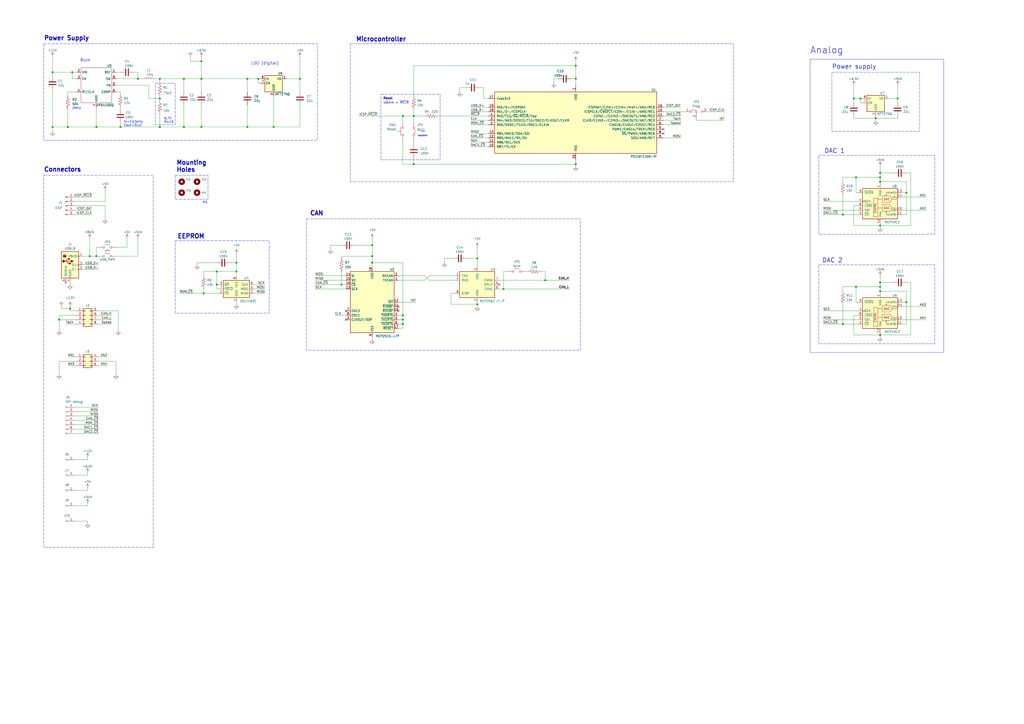
<source format=kicad_sch>
(kicad_sch (version 20250114) (generator "eeschema") (generator_version "9.0")
  (paper "A2")
  (title_block (title "CAN Gauge Interface") (date "2025-09-19") (rev "0.1") (company "Sam Anthony"))
  (rectangle (start 482.6 41.91) (end 533.4 76.2) (stroke (width 0) (type dash)))
  (rectangle (start 25.4 25.4) (end 184.15 81.28) (stroke (width 0) (type dash)))
  (rectangle (start 101.6 139.7) (end 156.21 181.61) (stroke (width 0) (type dash)))
  (rectangle (start 101.6 101.5999) (end 120.65 115.5699) (stroke (width 0) (type dash)))
  (rectangle (start 90.17 48.26) (end 101.6 72.39) (stroke (width 0) (type dash)))
  (rectangle (start 220.98 54.61) (end 255.27 92.71) (stroke (width 0) (type dash)))
  (rectangle (start 474.98 153.67) (end 542.29 199.39) (stroke (width 0) (type dash)))
  (rectangle (start 177.8 127) (end 336.55 203.2) (stroke (width 0) (type dash)))
  (rectangle (start 25.4 101.6) (end 88.9 317.5) (stroke (width 0) (type dash)))
  (rectangle (start 474.98 90.17) (end 542.29 135.89) (stroke (width 0) (type dash)))
  (rectangle (start 203.2 25.4) (end 425.45 105.41) (stroke (width 0) (type dash)))
  (rectangle (start 469.9 34.29) (end 547.37 204.47))
  (text "Connectors" (at 25.4 98.425 0) (effects (font (size 2.54 2.54) (thickness 0.508) (bold yes)) (justify left)))
  (text "Power Supply" (at 25.4 22.225 0) (effects (font (size 2.54 2.54) (thickness 0.508) (bold yes)) (justify left)))
  (text "LDO (digital)" (at 153.67 36.83 0) (effects (font (size 1.651 1.651))))
  (text "CAN" (at 179.705 123.825 0) (effects (font (size 2.54 2.54) (thickness 0.508) (bold yes)) (justify left)))
  (text "2MHz\n" (at 44.45 62.865 0) (effects (font (size 1.27 1.27))))
  (text "6.7V\nR±1%" (at 95.25 69.85 0) (effects (font (size 1.27 1.27)) (justify left)))
  (text "Reset" (at 222.25 57.15 0) (effects (font (size 1.27 1.27) (thickness 0.254) (bold yes)) (justify left)))
  (text "fc=13.5kHz\nCout=31uF" (at 71.755 71.755 0) (effects (font (size 1.27 1.27)) (justify left)))
  (text "Mounting\nHoles" (at 102.235 96.5199 0) (effects (font (size 2.54 2.54) (thickness 0.508) (bold yes)) (justify left)))
  (text "Power supply" (at 482.6 38.735 0) (effects (font (size 2.54 2.54) (thickness 0.254) (bold yes)) (justify left)))
  (text "M3\n" (at 117.475 117.4749 0) (effects (font (size 1.27 1.27)) (justify left)))
  (text "EEPROM" (at 102.87 137.16 0) (effects (font (size 2.54 2.54) (thickness 0.508) (bold yes)) (justify left)))
  (text "≤6mm ↔ ~{MCLR}" (at 222.25 59.69 0) (effects (font (size 1.27 1.27)) (justify left)))
  (text "DAC 1" (at 478.155 87.63 0) (effects (font (size 2.54 2.54) (thickness 0.254) (bold yes)) (justify left)))
  (text "Buck" (at 49.53 34.925 0) (effects (font (size 1.651 1.651))))
  (text "Microcontroller" (at 206.375 22.86 0) (effects (font (size 2.54 2.54) (thickness 0.508) (bold yes)) (justify left)))
  (text "Analog" (at 469.9 29.21 0) (effects (font (size 3.81 3.81) (thickness 0.254) (bold yes)) (justify left)))
  (text "Isolation" (at 245.11 78.74 0) (effects (font (size 0.889 0.889))))
  (text "DAC 2" (at 476.885 151.13 0) (effects (font (size 2.54 2.54) (thickness 0.254) (bold yes)) (justify left)))
  (junction (at 510.54 166.37))
  (junction (at 106.68 45.72))
  (junction (at 510.54 168.91))
  (junction (at 137.16 157.48))
  (junction (at 510.54 100.33))
  (junction (at 55.88 73.66))
  (junction (at 116.84 73.66))
  (junction (at 39.37 73.66))
  (junction (at 106.68 73.66))
  (junction (at 233.68 185.42))
  (junction (at 173.99 45.72))
  (junction (at 34.29 185.42))
  (junction (at 496.57 166.37))
  (junction (at 137.16 152.4))
  (junction (at 525.78 111.76))
  (junction (at 143.51 73.66))
  (junction (at 488.95 187.96))
  (junction (at 92.71 73.66))
  (junction (at 334.01 38.1))
  (junction (at 508 68.58))
  (junction (at 233.68 182.88))
  (junction (at 334.01 45.72))
  (junction (at 495.3 57.15))
  (junction (at 55.88 148.59))
  (junction (at 488.95 124.46))
  (junction (at 40.64 179.07))
  (junction (at 510.54 130.81))
  (junction (at 334.01 95.25))
  (junction (at 149.86 45.72))
  (junction (at 30.48 41.91))
  (junction (at 158.75 73.66))
  (junction (at 215.9 142.24))
  (junction (at 80.01 45.72))
  (junction (at 240.03 67.31))
  (junction (at 510.54 102.87))
  (junction (at 510.54 194.31))
  (junction (at 92.71 57.15))
  (junction (at 525.78 175.26))
  (junction (at 30.48 73.66))
  (junction (at 92.71 45.72))
  (junction (at 276.86 176.53))
  (junction (at 116.84 35.56))
  (junction (at 215.9 152.4))
  (junction (at 520.7 57.15))
  (junction (at 276.86 149.86))
  (junction (at 316.23 162.56))
  (junction (at 125.73 165.1))
  (junction (at 41.91 41.91))
  (junction (at 510.54 163.83))
  (junction (at 499.11 57.15))
  (junction (at 118.11 170.18))
  (junction (at 52.07 148.59))
  (junction (at 215.9 148.59))
  (junction (at 496.57 102.87))
  (junction (at 198.12 165.1))
  (junction (at 125.73 157.48))
  (junction (at 510.54 105.41))
  (junction (at 69.85 73.66))
  (junction (at 240.03 95.25))
  (junction (at 233.68 67.31))
  (junction (at 233.68 187.96))
  (junction (at 143.51 45.72))
  (junction (at 116.84 45.72))
  (junction (at 292.1 167.64))
  (no_connect (at 38.1 163.83))
  (no_connect (at 231.14 177.8))
  (no_connect (at 200.66 185.42))
  (no_connect (at 289.56 165.1))
  (no_connect (at 200.66 180.34))
  (no_connect (at 384.81 74.93))
  (no_connect (at 384.81 77.47))
  (no_connect (at 231.14 180.34))
  (wire (pts (xy 231.14 162.56) (xy 246.38 162.56)))
  (wire (pts (xy 240.03 95.25) (xy 240.03 91.44)))
  (wire (pts (xy 499.11 57.15) (xy 495.3 57.15)))
  (wire (pts (xy 116.84 33.02) (xy 116.84 35.56)))
  (wire (pts (xy 215.9 142.24) (xy 215.9 148.59)))
  (wire (pts (xy 50.8 302.26) (xy 50.8 303.53)))
  (wire (pts (xy 44.45 185.42) (xy 34.29 185.42)))
  (wire (pts (xy 57.15 182.88) (xy 64.77 182.88)))
  (wire (pts (xy 106.68 45.72) (xy 116.84 45.72)))
  (wire (pts (xy 495.3 182.88) (xy 497.84 182.88)))
  (wire (pts (xy 292.1 157.48) (xy 294.64 157.48)))
  (wire (pts (xy 44.45 209.55) (xy 34.29 209.55)))
  (wire (pts (xy 233.68 187.96) (xy 233.68 185.42)))
  (wire (pts (xy 495.3 119.38) (xy 497.84 119.38)))
  (wire (pts (xy 240.03 38.1) (xy 334.01 38.1)))
  (wire (pts (xy 231.14 187.96) (xy 233.68 187.96)))
  (wire (pts (xy 44.45 41.91) (xy 41.91 41.91)))
  (wire (pts (xy 384.81 80.01) (xy 394.97 80.01)))
  (wire (pts (xy 508 67.31) (xy 508 68.58)))
  (wire (pts (xy 289.56 167.64) (xy 292.1 167.64)))
  (wire (pts (xy 510.54 168.91) (xy 510.54 170.18)))
  (wire (pts (xy 215.9 195.58) (xy 215.9 196.85)))
  (wire (pts (xy 60.96 116.84) (xy 60.96 110.49)))
  (wire (pts (xy 67.31 53.34) (xy 69.85 53.34)))
  (wire (pts (xy 499.11 59.69) (xy 499.11 57.15)))
  (wire (pts (xy 80.01 45.72) (xy 82.55 45.72)))
  (wire (pts (xy 48.26 153.67) (xy 57.15 153.67)))
  (wire (pts (xy 127 165.1) (xy 125.73 165.1)))
  (wire (pts (xy 262.89 149.86) (xy 257.81 149.86)))
  (wire (pts (xy 496.57 175.26) (xy 496.57 166.37)))
  (wire (pts (xy 149.86 48.26) (xy 149.86 45.72)))
  (wire (pts (xy 488.95 187.96) (xy 497.84 187.96)))
  (wire (pts (xy 118.11 157.48) (xy 125.73 157.48)))
  (wire (pts (xy 92.71 73.66) (xy 106.68 73.66)))
  (wire (pts (xy 240.03 38.1) (xy 240.03 55.88)))
  (wire (pts (xy 403.86 69.85) (xy 420.37 69.85)))
  (wire (pts (xy 523.24 124.46) (xy 525.78 124.46)))
  (wire (pts (xy 44.45 53.34) (xy 39.37 53.34)))
  (wire (pts (xy 477.52 180.34) (xy 497.84 180.34)))
  (wire (pts (xy 510.54 193.04) (xy 510.54 194.31)))
  (wire (pts (xy 233.68 185.42) (xy 233.68 182.88)))
  (wire (pts (xy 510.54 194.31) (xy 510.54 195.58)))
  (wire (pts (xy 525.78 168.91) (xy 510.54 168.91)))
  (wire (pts (xy 69.85 53.34) (xy 69.85 54.61)))
  (wire (pts (xy 499.11 57.15) (xy 500.38 57.15)))
  (wire (pts (xy 149.86 45.72) (xy 151.13 45.72)))
  (wire (pts (xy 198.12 165.1) (xy 198.12 157.48)))
  (wire (pts (xy 57.15 209.55) (xy 67.31 209.55)))
  (wire (pts (xy 34.29 185.42) (xy 34.29 191.77)))
  (wire (pts (xy 44.45 182.88) (xy 34.29 182.88)))
  (wire (pts (xy 116.84 45.72) (xy 143.51 45.72)))
  (wire (pts (xy 43.18 243.84) (xy 57.15 243.84)))
  (wire (pts (xy 273.05 82.55) (xy 283.21 82.55)))
  (wire (pts (xy 495.3 130.81) (xy 510.54 130.81)))
  (wire (pts (xy 523.24 177.8) (xy 537.21 177.8)))
  (wire (pts (xy 151.13 48.26) (xy 149.86 48.26)))
  (wire (pts (xy 384.81 72.39) (xy 394.97 72.39)))
  (wire (pts (xy 528.32 130.81) (xy 510.54 130.81)))
  (wire (pts (xy 50.8 275.59) (xy 50.8 274.32)))
  (wire (pts (xy 182.88 165.1) (xy 198.12 165.1)))
  (wire (pts (xy 43.18 246.38) (xy 57.15 246.38)))
  (wire (pts (xy 497.84 111.76) (xy 496.57 111.76)))
  (wire (pts (xy 158.75 73.66) (xy 143.51 73.66)))
  (wire (pts (xy 523.24 114.3) (xy 537.21 114.3)))
  (wire (pts (xy 55.88 148.59) (xy 57.15 148.59)))
  (wire (pts (xy 30.48 41.91) (xy 30.48 44.45)))
  (wire (pts (xy 273.05 69.85) (xy 283.21 69.85)))
  (wire (pts (xy 182.88 160.02) (xy 200.66 160.02)))
  (wire (pts (xy 525.78 105.41) (xy 525.78 111.76)))
  (wire (pts (xy 496.57 102.87) (xy 510.54 102.87)))
  (wire (pts (xy 496.57 111.76) (xy 496.57 102.87)))
  (wire (pts (xy 525.78 168.91) (xy 525.78 175.26)))
  (wire (pts (xy 194.31 182.88) (xy 200.66 182.88)))
  (wire (pts (xy 477.52 185.42) (xy 497.84 185.42)))
  (wire (pts (xy 39.37 53.34) (xy 39.37 55.88)))
  (wire (pts (xy 92.71 66.04) (xy 92.71 73.66)))
  (wire (pts (xy 57.15 180.34) (xy 68.58 180.34)))
  (wire (pts (xy 118.11 160.02) (xy 118.11 157.48)))
  (wire (pts (xy 384.81 62.23) (xy 394.97 62.23)))
  (wire (pts (xy 334.01 45.72) (xy 331.47 45.72)))
  (wire (pts (xy 334.01 49.53) (xy 334.01 45.72)))
  (wire (pts (xy 215.9 148.59) (xy 215.9 152.4)))
  (wire (pts (xy 143.51 45.72) (xy 143.51 53.34)))
  (wire (pts (xy 384.81 67.31) (xy 394.97 67.31)))
  (wire (pts (xy 208.28 67.31) (xy 233.68 67.31)))
  (wire (pts (xy 510.54 163.83) (xy 510.54 166.37)))
  (wire (pts (xy 68.58 180.34) (xy 68.58 191.77)))
  (wire (pts (xy 495.3 130.81) (xy 495.3 119.38)))
  (wire (pts (xy 523.24 185.42) (xy 537.21 185.42)))
  (wire (pts (xy 39.37 63.5) (xy 39.37 73.66)))
  (wire (pts (xy 50.8 293.37) (xy 50.8 292.1)))
  (wire (pts (xy 43.18 114.3) (xy 53.34 114.3)))
  (wire (pts (xy 191.77 142.24) (xy 191.77 144.78)))
  (wire (pts (xy 92.71 45.72) (xy 92.71 48.26)))
  (wire (pts (xy 57.15 212.09) (xy 62.23 212.09)))
  (wire (pts (xy 510.54 160.02) (xy 510.54 163.83)))
  (wire (pts (xy 528.32 163.83) (xy 528.32 194.31)))
  (wire (pts (xy 60.96 119.38) (xy 60.96 127)))
  (wire (pts (xy 283.21 57.15) (xy 280.67 57.15)))
  (wire (pts (xy 528.32 100.33) (xy 528.32 130.81)))
  (wire (pts (xy 173.99 45.72) (xy 173.99 53.34)))
  (wire (pts (xy 125.73 167.64) (xy 125.73 165.1)))
  (wire (pts (xy 525.78 105.41) (xy 510.54 105.41)))
  (wire (pts (xy 40.64 179.07) (xy 35.56 179.07)))
  (wire (pts (xy 495.3 67.31) (xy 495.3 68.58)))
  (wire (pts (xy 125.73 157.48) (xy 137.16 157.48)))
  (wire (pts (xy 55.88 143.51) (xy 57.15 143.51)))
  (wire (pts (xy 118.11 170.18) (xy 118.11 167.64)))
  (wire (pts (xy 67.31 209.55) (xy 67.31 217.17)))
  (wire (pts (xy 137.16 152.4) (xy 137.16 157.48)))
  (wire (pts (xy 147.32 170.18) (xy 153.67 170.18)))
  (wire (pts (xy 106.68 73.66) (xy 116.84 73.66)))
  (wire (pts (xy 280.67 50.8) (xy 278.13 50.8)))
  (wire (pts (xy 50.8 284.48) (xy 50.8 283.21)))
  (wire (pts (xy 520.7 68.58) (xy 520.7 67.31)))
  (wire (pts (xy 116.84 60.96) (xy 116.84 73.66)))
  (wire (pts (xy 55.88 62.23) (xy 55.88 73.66)))
  (wire (pts (xy 384.81 64.77) (xy 397.51 64.77)))
  (wire (pts (xy 270.51 149.86) (xy 276.86 149.86)))
  (wire (pts (xy 43.18 275.59) (xy 50.8 275.59)))
  (wire (pts (xy 273.05 80.01) (xy 283.21 80.01)))
  (wire (pts (xy 41.91 45.72) (xy 41.91 41.91)))
  (wire (pts (xy 198.12 149.86) (xy 198.12 148.59)))
  (wire (pts (xy 280.67 57.15) (xy 280.67 50.8)))
  (wire (pts (xy 266.7 50.8) (xy 266.7 53.34)))
  (wire (pts (xy 30.48 73.66) (xy 30.48 76.2)))
  (wire (pts (xy 488.95 102.87) (xy 496.57 102.87)))
  (wire (pts (xy 520.7 57.15) (xy 515.62 57.15)))
  (wire (pts (xy 44.45 180.34) (xy 40.64 180.34)))
  (wire (pts (xy 257.81 149.86) (xy 257.81 152.4)))
  (wire (pts (xy 316.23 157.48) (xy 316.23 162.56)))
  (wire (pts (xy 39.37 207.01) (xy 44.45 207.01)))
  (wire (pts (xy 495.3 57.15) (xy 495.3 49.53)))
  (wire (pts (xy 233.68 67.31) (xy 233.68 71.12)))
  (wire (pts (xy 92.71 57.15) (xy 86.36 57.15)))
  (wire (pts (xy 233.68 152.4) (xy 233.68 182.88)))
  (wire (pts (xy 38.1 187.96) (xy 44.45 187.96)))
  (wire (pts (xy 92.71 45.72) (xy 106.68 45.72)))
  (wire (pts (xy 43.18 251.46) (xy 57.15 251.46)))
  (wire (pts (xy 57.15 185.42) (xy 64.77 185.42)))
  (wire (pts (xy 240.03 81.28) (xy 240.03 83.82)))
  (wire (pts (xy 233.68 152.4) (xy 215.9 152.4)))
  (wire (pts (xy 86.36 49.53) (xy 67.31 49.53)))
  (wire (pts (xy 510.54 105.41) (xy 510.54 106.68)))
  (wire (pts (xy 57.15 187.96) (xy 64.77 187.96)))
  (wire (pts (xy 40.64 180.34) (xy 40.64 179.07)))
  (wire (pts (xy 273.05 77.47) (xy 283.21 77.47)))
  (wire (pts (xy 158.75 55.88) (xy 158.75 73.66)))
  (wire (pts (xy 200.66 165.1) (xy 198.12 165.1)))
  (wire (pts (xy 30.48 33.02) (xy 30.48 41.91)))
  (wire (pts (xy 316.23 162.56) (xy 330.2 162.56)))
  (wire (pts (xy 233.68 67.31) (xy 240.03 67.31)))
  (wire (pts (xy 528.32 194.31) (xy 510.54 194.31)))
  (wire (pts (xy 198.12 148.59) (xy 215.9 148.59)))
  (wire (pts (xy 92.71 57.15) (xy 92.71 58.42)))
  (wire (pts (xy 173.99 73.66) (xy 158.75 73.66)))
  (wire (pts (xy 525.78 175.26) (xy 525.78 187.96)))
  (wire (pts (xy 510.54 96.52) (xy 510.54 100.33)))
  (wire (pts (xy 231.14 190.5) (xy 233.68 190.5)))
  (wire (pts (xy 304.8 157.48) (xy 306.07 157.48)))
  (wire (pts (xy 104.14 170.18) (xy 118.11 170.18)))
  (wire (pts (xy 495.3 194.31) (xy 510.54 194.31)))
  (wire (pts (xy 270.51 50.8) (xy 266.7 50.8)))
  (wire (pts (xy 334.01 95.25) (xy 334.01 96.52)))
  (wire (pts (xy 410.21 64.77) (xy 420.37 64.77)))
  (wire (pts (xy 55.88 73.66) (xy 39.37 73.66)))
  (wire (pts (xy 510.54 100.33) (xy 518.16 100.33)))
  (wire (pts (xy 43.18 241.3) (xy 57.15 241.3)))
  (wire (pts (xy 40.64 179.07) (xy 40.64 177.8)))
  (wire (pts (xy 43.18 238.76) (xy 57.15 238.76)))
  (wire (pts (xy 510.54 166.37) (xy 510.54 168.91)))
  (wire (pts (xy 488.95 168.91) (xy 488.95 166.37)))
  (wire (pts (xy 500.38 59.69) (xy 499.11 59.69)))
  (wire (pts (xy 55.88 148.59) (xy 55.88 143.51)))
  (wire (pts (xy 116.84 35.56) (xy 116.84 45.72)))
  (wire (pts (xy 67.31 148.59) (xy 80.01 148.59)))
  (wire (pts (xy 254 67.31) (xy 283.21 67.31)))
  (wire (pts (xy 106.68 45.72) (xy 106.68 53.34)))
  (wire (pts (xy 523.24 175.26) (xy 525.78 175.26)))
  (wire (pts (xy 48.26 148.59) (xy 52.07 148.59)))
  (wire (pts (xy 233.68 81.28) (xy 233.68 95.25)))
  (wire (pts (xy 92.71 73.66) (xy 69.85 73.66)))
  (wire (pts (xy 52.07 148.59) (xy 55.88 148.59)))
  (wire (pts (xy 43.18 284.48) (xy 50.8 284.48)))
  (wire (pts (xy 488.95 166.37) (xy 496.57 166.37)))
  (wire (pts (xy 273.05 64.77) (xy 283.21 64.77)))
  (wire (pts (xy 488.95 124.46) (xy 497.84 124.46)))
  (wire (pts (xy 520.7 49.53) (xy 520.7 57.15)))
  (wire (pts (xy 69.85 62.23) (xy 69.85 63.5)))
  (wire (pts (xy 147.32 167.64) (xy 153.67 167.64)))
  (wire (pts (xy 510.54 102.87) (xy 510.54 105.41)))
  (wire (pts (xy 57.15 207.01) (xy 62.23 207.01)))
  (wire (pts (xy 173.99 33.02) (xy 173.99 45.72)))
  (wire (pts (xy 44.45 45.72) (xy 41.91 45.72)))
  (wire (pts (xy 496.57 166.37) (xy 510.54 166.37)))
  (wire (pts (xy 276.86 176.53) (xy 276.86 177.8)))
  (wire (pts (xy 77.47 41.91) (xy 80.01 41.91)))
  (wire (pts (xy 248.92 160.02) (xy 246.38 162.56)))
  (wire (pts (xy 39.37 212.09) (xy 44.45 212.09)))
  (wire (pts (xy 90.17 45.72) (xy 92.71 45.72)))
  (wire (pts (xy 495.3 68.58) (xy 508 68.58)))
  (wire (pts (xy 488.95 113.03) (xy 488.95 124.46)))
  (wire (pts (xy 321.31 45.72) (xy 323.85 45.72)))
  (wire (pts (xy 137.16 175.26) (xy 137.16 176.53)))
  (wire (pts (xy 34.29 209.55) (xy 34.29 217.17)))
  (wire (pts (xy 231.14 182.88) (xy 233.68 182.88)))
  (wire (pts (xy 495.3 57.15) (xy 495.3 59.69)))
  (wire (pts (xy 137.16 157.48) (xy 137.16 160.02)))
  (wire (pts (xy 125.73 157.48) (xy 125.73 165.1)))
  (wire (pts (xy 510.54 130.81) (xy 510.54 132.08)))
  (wire (pts (xy 313.69 157.48) (xy 316.23 157.48)))
  (wire (pts (xy 92.71 55.88) (xy 92.71 57.15)))
  (wire (pts (xy 334.01 92.71) (xy 334.01 95.25)))
  (wire (pts (xy 116.84 45.72) (xy 116.84 53.34)))
  (wire (pts (xy 477.52 187.96) (xy 488.95 187.96)))
  (wire (pts (xy 276.86 175.26) (xy 276.86 176.53)))
  (wire (pts (xy 67.31 45.72) (xy 80.01 45.72)))
  (wire (pts (xy 43.18 248.92) (xy 57.15 248.92)))
  (wire (pts (xy 173.99 60.96) (xy 173.99 73.66)))
  (wire (pts (xy 495.3 194.31) (xy 495.3 182.88)))
  (wire (pts (xy 34.29 182.88) (xy 34.29 185.42)))
  (wire (pts (xy 292.1 167.64) (xy 292.1 157.48)))
  (wire (pts (xy 80.01 41.91) (xy 80.01 45.72)))
  (wire (pts (xy 182.88 167.64) (xy 200.66 167.64)))
  (wire (pts (xy 50.8 266.7) (xy 50.8 265.43)))
  (wire (pts (xy 43.18 293.37) (xy 50.8 293.37)))
  (wire (pts (xy 143.51 73.66) (xy 116.84 73.66)))
  (wire (pts (xy 69.85 73.66) (xy 55.88 73.66)))
  (wire (pts (xy 133.35 152.4) (xy 137.16 152.4)))
  (wire (pts (xy 273.05 72.39) (xy 283.21 72.39)))
  (wire (pts (xy 67.31 41.91) (xy 69.85 41.91)))
  (wire (pts (xy 137.16 147.32) (xy 137.16 152.4)))
  (wire (pts (xy 240.03 95.25) (xy 334.01 95.25)))
  (wire (pts (xy 69.85 71.12) (xy 69.85 73.66)))
  (wire (pts (xy 525.78 100.33) (xy 528.32 100.33)))
  (wire (pts (xy 198.12 142.24) (xy 191.77 142.24)))
  (wire (pts (xy 261.62 170.18) (xy 264.16 170.18)))
  (wire (pts (xy 215.9 138.43) (xy 215.9 142.24)))
  (wire (pts (xy 510.54 100.33) (xy 510.54 102.87)))
  (wire (pts (xy 110.49 35.56) (xy 110.49 33.02)))
  (wire (pts (xy 43.18 116.84) (xy 60.96 116.84)))
  (wire (pts (xy 240.03 67.31) (xy 246.38 67.31)))
  (wire (pts (xy 523.24 111.76) (xy 525.78 111.76)))
  (wire (pts (xy 289.56 162.56) (xy 316.23 162.56)))
  (wire (pts (xy 48.26 156.21) (xy 57.15 156.21)))
  (wire (pts (xy 30.48 52.07) (xy 30.48 73.66)))
  (wire (pts (xy 73.66 143.51) (xy 73.66 138.43)))
  (wire (pts (xy 43.18 119.38) (xy 60.96 119.38)))
  (wire (pts (xy 52.07 138.43) (xy 52.07 148.59)))
  (wire (pts (xy 520.7 59.69) (xy 520.7 57.15)))
  (wire (pts (xy 240.03 67.31) (xy 240.03 71.12)))
  (wire (pts (xy 215.9 152.4) (xy 215.9 154.94)))
  (wire (pts (xy 233.68 95.25) (xy 240.03 95.25)))
  (wire (pts (xy 147.32 165.1) (xy 153.67 165.1)))
  (wire (pts (xy 35.56 179.07) (xy 35.56 177.8)))
  (wire (pts (xy 106.68 60.96) (xy 106.68 73.66)))
  (wire (pts (xy 261.62 176.53) (xy 261.62 170.18)))
  (wire (pts (xy 41.91 41.91) (xy 30.48 41.91)))
  (wire (pts (xy 43.18 124.46) (xy 53.34 124.46)))
  (wire (pts (xy 40.64 163.83) (xy 40.64 165.1)))
  (wire (pts (xy 127 167.64) (xy 125.73 167.64)))
  (wire (pts (xy 43.18 302.26) (xy 50.8 302.26)))
  (wire (pts (xy 523.24 121.92) (xy 537.21 121.92)))
  (wire (pts (xy 384.81 69.85) (xy 394.97 69.85)))
  (wire (pts (xy 205.74 142.24) (xy 215.9 142.24)))
  (wire (pts (xy 508 68.58) (xy 520.7 68.58)))
  (wire (pts (xy 231.14 160.02) (xy 246.38 160.02)))
  (wire (pts (xy 488.95 105.41) (xy 488.95 102.87)))
  (wire (pts (xy 488.95 176.53) (xy 488.95 187.96)))
  (wire (pts (xy 143.51 60.96) (xy 143.51 73.66)))
  (wire (pts (xy 276.86 176.53) (xy 261.62 176.53)))
  (wire (pts (xy 321.31 48.26) (xy 321.31 45.72)))
  (wire (pts (xy 523.24 187.96) (xy 525.78 187.96)))
  (wire (pts (xy 67.31 143.51) (xy 73.66 143.51)))
  (wire (pts (xy 43.18 236.22) (xy 57.15 236.22)))
  (wire (pts (xy 477.52 124.46) (xy 488.95 124.46)))
  (wire (pts (xy 149.86 45.72) (xy 143.51 45.72)))
  (wire (pts (xy 114.3 152.4) (xy 114.3 153.67)))
  (wire (pts (xy 86.36 57.15) (xy 86.36 49.53)))
  (wire (pts (xy 114.3 152.4) (xy 125.73 152.4)))
  (wire (pts (xy 497.84 175.26) (xy 496.57 175.26)))
  (wire (pts (xy 403.86 68.58) (xy 403.86 69.85)))
  (wire (pts (xy 508 68.58) (xy 508 69.85)))
  (wire (pts (xy 334.01 38.1) (xy 334.01 45.72)))
  (wire (pts (xy 116.84 35.56) (xy 110.49 35.56)))
  (wire (pts (xy 276.86 143.51) (xy 276.86 149.86)))
  (wire (pts (xy 127 170.18) (xy 118.11 170.18)))
  (wire (pts (xy 233.68 190.5) (xy 233.68 187.96)))
  (wire (pts (xy 39.37 73.66) (xy 30.48 73.66)))
  (wire (pts (xy 525.78 163.83) (xy 528.32 163.83)))
  (wire (pts (xy 510.54 163.83) (xy 518.16 163.83)))
  (wire (pts (xy 477.52 121.92) (xy 497.84 121.92)))
  (wire (pts (xy 334.01 35.56) (xy 334.01 38.1)))
  (wire (pts (xy 292.1 167.64) (xy 330.2 167.64)))
  (wire (pts (xy 231.14 175.26) (xy 241.3 175.26)))
  (wire (pts (xy 166.37 45.72) (xy 173.99 45.72)))
  (wire (pts (xy 231.14 185.42) (xy 233.68 185.42)))
  (wire (pts (xy 510.54 129.54) (xy 510.54 130.81)))
  (wire (pts (xy 43.18 266.7) (xy 50.8 266.7)))
  (wire (pts (xy 273.05 62.23) (xy 283.21 62.23)))
  (wire (pts (xy 248.92 162.56) (xy 264.16 162.56)))
  (wire (pts (xy 477.52 116.84) (xy 497.84 116.84)))
  (wire (pts (xy 273.05 85.09) (xy 283.21 85.09)))
  (wire (pts (xy 182.88 162.56) (xy 200.66 162.56)))
  (wire (pts (xy 248.92 160.02) (xy 264.16 160.02)))
  (wire (pts (xy 246.38 160.02) (xy 248.92 162.56)))
  (wire (pts (xy 525.78 111.76) (xy 525.78 124.46)))
  (wire (pts (xy 240.03 63.5) (xy 240.03 67.31)))
  (wire (pts (xy 43.18 121.92) (xy 53.34 121.92)))
  (wire (pts (xy 80.01 148.59) (xy 80.01 138.43)))
  (wire (pts (xy 276.86 149.86) (xy 276.86 154.94)))
  (label "DAC1_~{CS}" (at 477.52 124.46 0))
  (label "MISO" (at 57.15 241.3 180))
  (label "CAN_H" (at 330.2 162.56 180) (effects (font (thickness 0.254) (bold yes))))
  (label "SCK" (at 153.67 165.1 180) (effects (font (thickness 0.1588))))
  (label "Speed" (at 64.77 187.96 180) (effects (font (thickness 0.1588))))
  (label "CLK" (at 273.05 69.85 0))
  (label "MOSI" (at 394.97 80.01 180) (effects (font (thickness 0.1588))))
  (label "ICSP_DAT" (at 394.97 62.23 180))
  (label "CAN_L" (at 64.77 185.42 180))
  (label "ROM_~{CS}" (at 104.14 170.18 0) (effects (font (thickness 0.1588))))
  (label "MOSI" (at 182.88 160.02 0) (effects (font (thickness 0.1588))))
  (label "DAC1_~{CS}" (at 273.05 85.09 0))
  (label "AN3" (at 39.37 212.09 0) (effects (font (thickness 0.1588))))
  (label "Speed" (at 394.97 72.39 180))
  (label "AN1" (at 537.21 114.3 180))
  (label "CAN_~{CS}" (at 273.05 80.01 0))
  (label "CAN_~{CS}" (at 57.15 243.84 180))
  (label "INT" (at 420.37 69.85 180))
  (label "CLK" (at 194.31 182.88 0))
  (label "MISO" (at 153.67 170.18 180) (effects (font (thickness 0.1588))))
  (label "INT" (at 241.3 175.26 180) (effects (font (thickness 0.1588))))
  (label "MOSI" (at 153.67 167.64 180) (effects (font (thickness 0.1588))))
  (label "ICSP_CLK" (at 53.34 124.46 180))
  (label "AN2" (at 62.23 207.01 180) (effects (font (thickness 0.1588))))
  (label "SCK" (at 273.05 82.55 0) (effects (font (thickness 0.1588))))
  (label "Tach" (at 38.1 187.96 0) (effects (font (thickness 0.1588))))
  (label "CAN_~{CS}" (at 182.88 165.1 0) (effects (font (thickness 0.1588))))
  (label "ICSP_CLK" (at 420.37 64.77 180))
  (label "USB_D+" (at 273.05 62.23 0))
  (label "SCK" (at 477.52 180.34 0) (effects (font (thickness 0.1588))))
  (label "ROM_~{CS}" (at 57.15 246.38 180))
  (label "AN1" (at 39.37 207.01 0) (effects (font (thickness 0.1588))))
  (label "DAC2_~{CS}" (at 394.97 67.31 180))
  (label "USB_D-" (at 273.05 64.77 0))
  (label "SCK" (at 57.15 236.22 180))
  (label "AN4" (at 62.23 212.09 180) (effects (font (thickness 0.1588))))
  (label "MOSI" (at 477.52 121.92 0))
  (label "AN4" (at 537.21 185.42 180))
  (label "MISO" (at 182.88 162.56 0) (effects (font (thickness 0.1588))))
  (label "DAC1_~{CS}" (at 57.15 248.92 180))
  (label "MOSI" (at 57.15 238.76 180))
  (label "~{MCLR}" (at 273.05 67.31 0))
  (label "AN3" (at 537.21 177.8 180))
  (label "DAC2_~{CS}" (at 57.15 251.46 180))
  (label "USB_D-" (at 57.15 156.21 180))
  (label "AN2" (at 537.21 121.92 180))
  (label "USB_D+" (at 57.15 153.67 180))
  (label "SCK" (at 182.88 167.64 0) (effects (font (thickness 0.1588))))
  (label "Tach" (at 394.97 69.85 180))
  (label "ROM_~{CS}" (at 273.05 72.39 0))
  (label "ICSP_DAT" (at 53.34 121.92 180))
  (label "ICSP_~{MCLR}" (at 53.34 114.3 180))
  (label "MISO" (at 273.05 77.47 0) (effects (font (thickness 0.1588))))
  (label "ICSP_~{MCLR}" (at 208.28 67.31 0))
  (label "MOSI" (at 477.52 185.42 0))
  (label "CAN_L" (at 330.2 167.64 180) (effects (font (thickness 0.254) (bold yes))))
  (label "SCK" (at 477.52 116.84 0) (effects (font (thickness 0.1588))))
  (label "DAC2_~{CS}" (at 477.52 187.96 0))
  (label "CAN_H" (at 64.77 182.88 180) (effects (font (thickness 0.1588))))
  (symbol (lib_id "power:GND") (at 215.9 196.85 0) (unit 1)
    (property "Reference" "#PWR028" (effects (hide yes)))
    (property "Value" "GND" (effects (hide yes)))
    (property "Description" "Power symbol creates a global label with name \"GND\" , ground" (effects (hide yes)))
  )
  (symbol (lib_id "Connector:USB_B") (at 40.64 153.67 0) (unit 1)
    (property "Reference" "J1" (at 40.64 141.605 0))
    (property "Value" "USB_B" (at 40.64 144.145 0))
    (property "Footprint" "Connector_USB:USB_A_Wuerth_614004134726_Horizontal" (effects (hide yes)))
    (property "Description" "USB Type B connector" (effects (hide yes)))
  )
  (symbol (lib_id "power:GND") (at 50.8 303.53 0) (unit 1)
    (property "Reference" "#PWR039" (effects (hide yes)))
    (property "Value" "GND" (effects (hide yes)))
    (property "Description" "Power symbol creates a global label with name \"GND\" , ground" (effects (hide yes)))
  )
  (symbol (lib_id "Device:C") (at 173.99 57.15 0) (unit 1)
    (property "Reference" "C7" (at 177.8 55.8799 0) (effects (justify left)))
    (property "Value" "22u" (at 177.8 58.4199 0) (effects (justify left)))
    (property "Footprint" "Capacitor_SMD:C_1206_3216Metric_Pad1.33x1.80mm_HandSolder" (effects (hide yes)))
    (property "Description" "Unpolarized capacitor" (effects (hide yes)))
  )
  (symbol (lib_id "power:+12V") (at 40.64 177.8 0) (unit 1)
    (property "Reference" "#PWR029" (effects (hide yes)))
    (property "Value" "+12V" (at 40.64 172.72 0))
    (property "Description" "Power symbol creates a global label with name \"+12V\"" (effects (hide yes)))
  )
  (symbol (lib_id "power:GND") (at 68.58 191.77 0) (unit 1)
    (property "Reference" "#PWR033" (effects (hide yes)))
    (property "Value" "GND" (effects (hide yes)))
    (property "Description" "Power symbol creates a global label with name \"GND\" , ground" (effects (hide yes)))
  )
  (symbol (lib_id "Device:C") (at 129.54 152.4 90) (unit 1)
    (property "Reference" "C15" (at 129.54 146.05 90))
    (property "Value" "100n" (at 129.54 148.59 90))
    (property "Footprint" "Capacitor_SMD:C_1206_3216Metric_Pad1.33x1.80mm_HandSolder" (effects (hide yes)))
    (property "Description" "Unpolarized capacitor" (effects (hide yes)))
  )
  (symbol (lib_id "Jumper:Jumper_2_Bridged") (at 240.03 76.2 270) (mirror x) (unit 1)
    (property "Reference" "JP1" (at 241.935 72.39 90) (effects (justify left)))
    (property "Value" "~{Prog}" (at 241.935 75.565 90) (effects (justify left)))
    (property "Footprint" "Connector_PinSocket_2.54mm:PinSocket_1x02_P2.54mm_Vertical" (effects (hide yes)))
    (property "Description" "Jumper, 2-pole, closed/bridged" (effects (hide yes)))
  )
  (symbol (lib_id "Device:C") (at 266.7 149.86 90) (unit 1)
    (property "Reference" "C14" (at 266.7 143.51 90))
    (property "Value" "100n" (at 266.7 146.05 90))
    (property "Footprint" "Capacitor_SMD:C_1206_3216Metric_Pad1.33x1.80mm_HandSolder" (effects (hide yes)))
    (property "Description" "Unpolarized capacitor" (effects (hide yes)))
  )
  (symbol (lib_id "power:+5V") (at 173.99 33.02 0) (unit 1)
    (property "Reference" "#PWR06" (effects (hide yes)))
    (property "Value" "+5V" (at 173.99 29.21 0))
    (property "Description" "Power symbol creates a global label with name \"+5V\"" (effects (hide yes)))
  )
  (symbol (lib_id "Device:C") (at 106.68 57.15 180) (unit 1)
    (property "Reference" "C2" (at 111.125 55.245 0))
    (property "Value" "22u" (at 111.76 57.785 0))
    (property "Footprint" "Capacitor_SMD:C_1206_3216Metric_Pad1.33x1.80mm_HandSolder" (effects (hide yes)))
    (property "Description" "Unpolarized capacitor" (effects (hide yes)))
  )
  (symbol (lib_id "Device:C") (at 30.48 48.26 0) (unit 1)
    (property "Reference" "C1" (at 34.925 46.99 0))
    (property "Value" "22u" (at 35.56 49.53 0))
    (property "Footprint" "Capacitor_SMD:C_1206_3216Metric_Pad1.33x1.80mm_HandSolder" (effects (hide yes)))
    (property "Description" "Unpolarized capacitor" (effects (hide yes)))
  )
  (symbol (lib_id "Device:C") (at 495.3 63.5 0) (unit 1)
    (property "Reference" "C8" (at 492.125 62.23 0) (effects (justify right)))
    (property "Value" "22u" (at 492.125 64.77 0) (effects (justify right)))
    (property "Footprint" "Capacitor_SMD:C_1206_3216Metric_Pad1.33x1.80mm_HandSolder" (effects (hide yes)))
    (property "Description" "Unpolarized capacitor" (effects (hide yes)))
  )
  (symbol (lib_id "Memory_EEPROM:25LCxxx") (at 137.16 167.64 0) (unit 1)
    (property "Reference" "U4" (at 141.605 161.29 0) (effects (justify left)))
    (property "Value" "25LC160C" (at 139.065 174.625 0) (effects (justify left)))
    (property "Footprint" "Package_DIP:DIP-8-16_W7.62mm" (effects (hide yes)))
    (property "Datasheet" "http://ww1.microchip.com/downloads/en/DeviceDoc/21832H.pdf" (effects (hide yes)))
    (property "Description" "SPI Serial EEPROM, DIP-8/SOIC-8/TSSOP-8" (effects (hide yes)))
  )
  (symbol (lib_id "Jumper:Jumper_3_Bridged12") (at 403.86 64.77 0) (unit 1) (in_bom no)
    (property "Reference" "JP2" (at 403.86 59.055 0))
    (property "Value" "Prog" (at 403.86 61.595 0))
    (property "Footprint" "Connector_PinSocket_2.54mm:PinSocket_1x03_P2.54mm_Vertical" (effects (hide yes)))
    (property "Description" "Jumper, 3-pole, pins 1+2 closed/bridged" (effects (hide yes)))
  )
  (symbol (lib_id "power:GND") (at 510.54 132.08 0) (unit 1)
    (property "Reference" "#PWR017" (effects (hide yes)))
    (property "Value" "GND" (effects (hide yes)))
    (property "Description" "Power symbol creates a global label with name \"GND\" , ground" (effects (hide yes)))
  )
  (symbol (lib_id "power:PWR_FLAG") (at 110.49 33.02 0) (unit 1)
    (property "Reference" "#FLG02" (effects (hide yes)))
    (property "Value" "+6.5V" (effects (hide yes)))
    (property "Description" "Special symbol for telling ERC where power comes from" (effects (hide yes)))
  )
  (symbol (lib_id "power:GND") (at 510.54 195.58 0) (unit 1)
    (property "Reference" "#PWR019" (effects (hide yes)))
    (property "Value" "GND" (effects (hide yes)))
    (property "Description" "Power symbol creates a global label with name \"GND\" , ground" (effects (hide yes)))
  )
  (symbol (lib_id "power:GND") (at 334.01 96.52 0) (unit 1)
    (property "Reference" "#PWR01" (effects (hide yes)))
    (property "Value" "GND" (effects (hide yes)))
    (property "Description" "Power symbol creates a global label with name \"GND\" , ground" (effects (hide yes)))
  )
  (symbol (lib_id "Device:R_US") (at 198.12 153.67 0) (unit 1)
    (property "Reference" "R7" (at 200.025 152.4 0) (effects (justify left)))
    (property "Value" "10k" (at 200.025 154.94 0) (effects (justify left)))
    (property "Footprint" "Resistor_SMD:R_0805_2012Metric_Pad1.20x1.40mm_HandSolder" (effects (hide yes)))
    (property "Description" "Resistor, US symbol" (effects (hide yes)))
  )
  (symbol (lib_id "Device:R_US") (at 118.11 163.83 0) (unit 1)
    (property "Reference" "R9" (at 120.015 162.56 0) (effects (justify left)))
    (property "Value" "10k" (at 120.015 165.1 0) (effects (justify left)))
    (property "Footprint" "Resistor_SMD:R_0805_2012Metric_Pad1.20x1.40mm_HandSolder" (effects (hide yes)))
    (property "Description" "Resistor, US symbol" (effects (hide yes)))
  )
  (symbol (lib_id "Mechanical:MountingHole") (at 105.41 105.4099 0) (unit 1) (exclude_from_sim yes) (in_bom no)
    (property "Reference" "H1" (at 107.95 104.1398 0) (effects (justify left)))
    (property "Value" "MountingHole" (effects (hide yes)))
    (property "Footprint" "MountingHole:MountingHole_3.2mm_M3_DIN965" (effects (hide yes)))
    (property "Description" "Mounting Hole without connection" (effects (hide yes)))
  )
  (symbol (lib_id "power:GND") (at 67.31 217.17 0) (unit 1)
    (property "Reference" "#PWR035" (effects (hide yes)))
    (property "Value" "GND" (effects (hide yes)))
    (property "Description" "Power symbol creates a global label with name \"GND\" , ground" (effects (hide yes)))
  )
  (symbol (lib_id "Connector:Conn_01x07_Socket") (at 38.1 243.84 0) (mirror y) (unit 1)
    (property "Reference" "J5" (at 38.1 230.505 0) (effects (justify right)))
    (property "Value" "SPI debug" (at 38.1 233.045 0) (effects (justify right)))
    (property "Footprint" "Connector_PinSocket_2.54mm:PinSocket_1x07_P2.54mm_Vertical" (effects (hide yes)))
    (property "Description" "Generic connector, single row, 01x07, script generated" (effects (hide yes)))
  )
  (symbol (lib_id "Jumper:Jumper_2_Open") (at 62.23 143.51 0) (unit 1)
    (property "Reference" "JP3" (at 62.23 140.335 0))
    (property "Value" "USB_PWR" (effects (hide yes)))
    (property "Footprint" "Connector_PinSocket_2.54mm:PinSocket_1x02_P2.54mm_Vertical" (effects (hide yes)))
    (property "Description" "Jumper, 2-pole, open" (effects (hide yes)))
  )
  (symbol (lib_id "symbols:AP64100") (at 55.88 49.53 0) (unit 1)
    (property "Reference" "U5" (at 63.5 38.1 0))
    (property "Value" "AP64100Q" (at 60.96 60.96 0))
    (property "Footprint" "Package_SO:Diodes_SO-8EP" (effects (hide yes)))
    (property "Datasheet" "https://www.diodes.com/assets/Datasheets/AP64100.pdf" (effects (hide yes)))
    (property "Description" "3.8V to40V input, 1A low IQ synchronous buck with adjustable frequency" (effects (hide yes)))
  )
  (symbol (lib_id "Device:C") (at 143.51 57.15 0) (unit 1)
    (property "Reference" "C6" (at 147.32 55.8799 0) (effects (justify left)))
    (property "Value" "22u" (at 147.32 58.4199 0) (effects (justify left)))
    (property "Footprint" "Capacitor_SMD:C_1206_3216Metric_Pad1.33x1.80mm_HandSolder" (effects (hide yes)))
    (property "Description" "Unpolarized capacitor" (effects (hide yes)))
  )
  (symbol (lib_id "Jumper:Jumper_2_Open") (at 62.23 148.59 0) (unit 1)
    (property "Reference" "JP4" (at 62.23 145.415 0))
    (property "Value" "USB_PWR" (at 62.23 150.495 0))
    (property "Footprint" "Connector_PinSocket_2.54mm:PinSocket_1x02_P2.54mm_Vertical" (effects (hide yes)))
    (property "Description" "Jumper, 2-pole, open" (effects (hide yes)))
  )
  (symbol (lib_id "Device:C") (at 201.93 142.24 90) (unit 1)
    (property "Reference" "C13" (at 201.93 135.89 90))
    (property "Value" "100n" (at 201.93 138.43 90))
    (property "Footprint" "Capacitor_SMD:C_1206_3216Metric_Pad1.33x1.80mm_HandSolder" (effects (hide yes)))
    (property "Description" "Unpolarized capacitor" (effects (hide yes)))
  )
  (symbol (lib_id "Connector_Generic:Conn_02x04_Top_Bottom") (at 49.53 182.88 0) (unit 1)
    (property "Reference" "J2" (at 50.8 177.165 0))
    (property "Value" "Conn_02x04_Top_Bottom" (effects (hide yes)))
    (property "Footprint" "Connector_Molex:Molex_Mini-Fit_Jr_5569-08A2_2x04_P4.20mm_Horizontal" (effects (hide yes)))
    (property "Datasheet" "https://www.molex.com/en-us/products/part-detail/39300080?display=pdf" (effects (hide yes)))
    (property "Description" "Generic connector, double row, 02x04, top/bottom pin numbering scheme (row 1: 1...pins_per_row, row2: pins_per_row+1 ... num_pins), script generated (kicad-library-utils/schlib/autogen/connector/)" (effects (hide yes)))
  )
  (symbol (lib_id "Device:R_US") (at 69.85 58.42 180) (unit 1)
    (property "Reference" "R5" (at 73.025 57.15 0))
    (property "Value" "12k" (at 73.66 59.69 0))
    (property "Footprint" "Resistor_SMD:R_0805_2012Metric_Pad1.20x1.40mm_HandSolder" (effects (hide yes)))
    (property "Description" "Resistor, US symbol" (effects (hide yes)))
  )
  (symbol (lib_id "Device:C") (at 520.7 63.5 0) (unit 1)
    (property "Reference" "C9" (at 523.875 62.23 0) (effects (justify left)))
    (property "Value" "22u" (at 523.875 64.77 0) (effects (justify left)))
    (property "Footprint" "Capacitor_SMD:C_1206_3216Metric_Pad1.33x1.80mm_HandSolder" (effects (hide yes)))
    (property "Description" "Unpolarized capacitor" (effects (hide yes)))
  )
  (symbol (lib_id "Device:R_US") (at 39.37 59.69 0) (unit 1)
    (property "Reference" "R3" (at 41.91 57.7849 0) (effects (justify left)))
    (property "Value" "50k" (at 41.91 60.3249 0) (effects (justify left)))
    (property "Footprint" "Resistor_SMD:R_0805_2012Metric_Pad1.20x1.40mm_HandSolder" (effects (hide yes)))
    (property "Description" "Resistor, US symbol" (effects (hide yes)))
  )
  (symbol (lib_id "Device:C") (at 240.03 87.63 0) (unit 1)
    (property "Reference" "C12" (at 243.84 86.3599 0) (effects (justify left)))
    (property "Value" "100n" (at 243.84 88.8999 0) (effects (justify left)))
    (property "Footprint" "Capacitor_SMD:C_1206_3216Metric_Pad1.33x1.80mm_HandSolder" (effects (hide yes)))
    (property "Description" "Unpolarized capacitor" (effects (hide yes)))
  )
  (symbol (lib_id "Device:R_US") (at 92.71 62.23 180) (unit 1)
    (property "Reference" "R2" (at 95.885 60.96 0))
    (property "Value" "10k" (at 96.52 64.135 0))
    (property "Footprint" "Resistor_SMD:R_0805_2012Metric_Pad1.20x1.40mm_HandSolder" (effects (hide yes)))
    (property "Description" "Resistor, US symbol" (effects (hide yes)))
  )
  (symbol (lib_id "power:GND") (at 508 69.85 0) (unit 1)
    (property "Reference" "#PWR022" (effects (hide yes)))
    (property "Value" "GND" (effects (hide yes)))
    (property "Description" "Power symbol creates a global label with name \"GND\" , ground" (effects (hide yes)))
  )
  (symbol (lib_id "power:+5V") (at 73.66 138.43 0) (unit 1)
    (property "Reference" "#PWR032" (effects (hide yes)))
    (property "Value" "+5V" (at 73.66 134.62 0))
    (property "Description" "Power symbol creates a global label with name \"+5V\"" (effects (hide yes)))
  )
  (symbol (lib_id "Device:C") (at 521.97 163.83 90) (unit 1)
    (property "Reference" "C17" (at 521.97 157.48 90))
    (property "Value" "100n" (at 521.97 160.02 90))
    (property "Footprint" "Capacitor_SMD:C_1206_3216Metric_Pad1.33x1.80mm_HandSolder" (effects (hide yes)))
    (property "Description" "Unpolarized capacitor" (effects (hide yes)))
  )
  (symbol (lib_id "Analog_DAC:MCP4912") (at 510.54 116.84 0) (unit 1)
    (property "Reference" "U8" (at 517.525 107.95 0) (effects (justify left)))
    (property "Value" "MCP4912" (at 513.08 128.905 0) (effects (justify left)))
    (property "Footprint" "Package_DIP:DIP-14_W7.62mm" (effects (hide yes)))
    (property "Datasheet" "http://ww1.microchip.com/downloads/en/DeviceDoc/22250A.pdf" (effects (hide yes)))
    (property "Description" "2-Channel 10-Bit D/A Converters with SPI Interface" (effects (hide yes)))
  )
  (symbol (lib_id "Device:R_US") (at 250.19 67.31 90) (unit 1)
    (property "Reference" "R4" (at 247.65 64.77 90))
    (property "Value" "220" (at 252.095 64.77 90))
    (property "Footprint" "Resistor_SMD:R_0805_2012Metric_Pad1.20x1.40mm_HandSolder" (effects (hide yes)))
    (property "Description" "Resistor, US symbol" (effects (hide yes)))
  )
  (symbol (lib_id "Connector:Conn_01x01_Socket") (at 38.1 266.7 0) (mirror y) (unit 1)
    (property "Reference" "J6" (at 38.735 263.525 0))
    (property "Value" "Conn_01x01_Socket" (effects (hide yes)))
    (property "Footprint" "Connector_PinSocket_2.54mm:PinSocket_1x01_P2.54mm_Vertical" (effects (hide yes)))
    (property "Description" "Generic connector, single row, 01x01, script generated" (effects (hide yes)))
  )
  (symbol (lib_id "power:GND") (at 34.29 191.77 0) (unit 1)
    (property "Reference" "#PWR030" (effects (hide yes)))
    (property "Value" "GND" (effects (hide yes)))
    (property "Description" "Power symbol creates a global label with name \"GND\" , ground" (effects (hide yes)))
  )
  (symbol (lib_id "Connector:Conn_01x01_Socket") (at 38.1 293.37 0) (mirror y) (unit 1)
    (property "Reference" "J9" (at 38.735 290.195 0))
    (property "Value" "Conn_01x01_Socket" (effects (hide yes)))
    (property "Footprint" "Connector_PinSocket_2.54mm:PinSocket_1x01_P2.54mm_Vertical" (effects (hide yes)))
    (property "Description" "Generic connector, single row, 01x01, script generated" (effects (hide yes)))
  )
  (symbol (lib_id "power:GND") (at 40.64 165.1 0) (unit 1)
    (property "Reference" "#PWR08" (effects (hide yes)))
    (property "Value" "GND" (effects (hide yes)))
    (property "Description" "Power symbol creates a global label with name \"GND\" , ground" (effects (hide yes)))
  )
  (symbol (lib_id "Device:C") (at 73.66 41.91 270) (unit 1)
    (property "Reference" "C4" (at 73.66 35.56 90))
    (property "Value" "100n" (at 74.93 38.1 90))
    (property "Footprint" "Capacitor_SMD:C_1206_3216Metric_Pad1.33x1.80mm_HandSolder" (effects (hide yes)))
    (property "Description" "Unpolarized capacitor" (effects (hide yes)))
  )
  (symbol (lib_id "power:+6V") (at 50.8 274.32 0) (unit 1)
    (property "Reference" "#PWR014" (effects (hide yes)))
    (property "Value" "+6.5V" (at 50.8 270.51 0))
    (property "Description" "Power symbol creates a global label with name \"+6V\"" (effects (hide yes)))
  )
  (symbol (lib_id "power:+12V") (at 30.48 33.02 0) (unit 1)
    (property "Reference" "#PWR04" (effects (hide yes)))
    (property "Value" "+12V" (at 30.48 29.21 0))
    (property "Description" "Power symbol creates a global label with name \"+12V\"" (effects (hide yes)))
  )
  (symbol (lib_id "Connector_Generic:Conn_02x03_Top_Bottom") (at 49.53 209.55 0) (unit 1)
    (property "Reference" "J3" (at 50.8 203.835 0))
    (property "Value" "Analog" (effects (hide yes)))
    (property "Footprint" "Connector_Molex:Molex_Mini-Fit_Jr_5569-06A2_2x03_P4.20mm_Horizontal" (effects (hide yes)))
    (property "Description" "Generic connector, double row, 02x03, top/bottom pin numbering scheme (row 1: 1...pins_per_row, row2: pins_per_row+1 ... num_pins), script generated (kicad-library-utils/schlib/autogen/connector/)" (effects (hide yes)))
  )
  (symbol (lib_id "Connector:Conn_01x01_Socket") (at 38.1 275.59 0) (mirror y) (unit 1)
    (property "Reference" "J7" (at 38.735 273.05 0))
    (property "Value" "Conn_01x01_Socket" (effects (hide yes)))
    (property "Footprint" "Connector_PinSocket_2.54mm:PinSocket_1x01_P2.54mm_Vertical" (effects (hide yes)))
    (property "Description" "Generic connector, single row, 01x01, script generated" (effects (hide yes)))
  )
  (symbol (lib_id "Interface_CAN_LIN:MCP2561-E-P") (at 276.86 165.1 0) (unit 1)
    (property "Reference" "U3" (at 284.48 156.21 0) (effects (justify left)))
    (property "Value" "MCP2561-E-P" (at 278.13 174.625 0) (effects (justify left)))
    (property "Footprint" "Package_DIP:DIP-8_W7.62mm" (effects (hide yes)))
    (property "Datasheet" "http://ww1.microchip.com/downloads/en/DeviceDoc/25167A.pdf" (effects (hide yes)))
    (property "Description" "High-Speed CAN Transceiver, 1Mbps, 5V supply, SPLIT pin, -40C to +125C, DIP-8" (effects (hide yes)))
  )
  (symbol (lib_id "symbols:AP7375Q") (at 508 57.15 0) (unit 1)
    (property "Reference" "U7" (at 511.81 53.975 0))
    (property "Value" "AP7375Q" (at 513.08 66.04 0))
    (property "Footprint" "Package_SO:Diodes_SO-8EP" (effects (hide yes)))
    (property "Datasheet" "https://www.diodes.com/assets/Datasheets/AP7375Q.pdf" (effects (hide yes)))
    (property "Description" "300mA LDO, automotive compliant, SO-8EP" (effects (hide yes)))
  )
  (symbol (lib_id "Connector:Conn_01x01_Socket") (at 38.1 302.26 0) (mirror y) (unit 1)
    (property "Reference" "J10" (at 38.735 299.085 0))
    (property "Value" "Conn_01x01_Socket" (effects (hide yes)))
    (property "Footprint" "Connector_PinSocket_2.54mm:PinSocket_1x01_P2.54mm_Vertical" (effects (hide yes)))
    (property "Description" "Generic connector, single row, 01x01, script generated" (effects (hide yes)))
  )
  (symbol (lib_id "Mechanical:MountingHole") (at 114.3 111.7599 0) (unit 1) (exclude_from_sim yes) (in_bom no)
    (property "Reference" "H4" (at 116.84 111.7598 0) (effects (justify left)))
    (property "Value" "MountingHole" (effects (hide yes)))
    (property "Footprint" "MountingHole:MountingHole_3.2mm_M3_DIN965" (effects (hide yes)))
    (property "Description" "Mounting Hole without connection" (effects (hide yes)))
  )
  (symbol (lib_id "Device:R_US") (at 240.03 59.69 0) (unit 1)
    (property "Reference" "R6" (at 241.935 58.42 0) (effects (justify left)))
    (property "Value" "10k" (at 241.935 60.96 0) (effects (justify left)))
    (property "Footprint" "Resistor_SMD:R_0805_2012Metric_Pad1.20x1.40mm_HandSolder" (effects (hide yes)))
    (property "Description" "Resistor, US symbol" (effects (hide yes)))
  )
  (symbol (lib_id "power:+5VA") (at 510.54 160.02 0) (mirror y) (unit 1)
    (property "Reference" "#PWR018" (effects (hide yes)))
    (property "Value" "+5VA" (at 510.54 156.21 0))
    (property "Description" "Power symbol creates a global label with name \"+5VA\"" (effects (hide yes)))
  )
  (symbol (lib_id "power:GND") (at 137.16 176.53 0) (unit 1)
    (property "Reference" "#PWR011" (effects (hide yes)))
    (property "Value" "GND" (effects (hide yes)))
    (property "Description" "Power symbol creates a global label with name \"GND\" , ground" (effects (hide yes)))
  )
  (symbol (lib_id "power:GND") (at 321.31 48.26 0) (unit 1)
    (property "Reference" "#PWR03" (effects (hide yes)))
    (property "Value" "GND" (effects (hide yes)))
    (property "Description" "Power symbol creates a global label with name \"GND\" , ground" (effects (hide yes)))
  )
  (symbol (lib_id "power:GND") (at 257.81 152.4 0) (unit 1)
    (property "Reference" "#PWR024" (effects (hide yes)))
    (property "Value" "GND" (effects (hide yes)))
    (property "Description" "Power symbol creates a global label with name \"GND\" , ground" (effects (hide yes)))
  )
  (symbol (lib_id "Device:C") (at 327.66 45.72 270) (unit 1)
    (property "Reference" "C10" (at 325.12 41.275 90))
    (property "Value" "100n" (at 323.85 43.815 90))
    (property "Footprint" "Capacitor_SMD:C_1206_3216Metric_Pad1.33x1.80mm_HandSolder" (effects (hide yes)))
    (property "Description" "Unpolarized capacitor" (effects (hide yes)))
  )
  (symbol (lib_id "power:+5V") (at 137.16 147.32 0) (unit 1)
    (property "Reference" "#PWR020" (effects (hide yes)))
    (property "Value" "+5V" (at 137.16 142.24 0))
    (property "Description" "Power symbol creates a global label with name \"+5V\"" (effects (hide yes)))
  )
  (symbol (lib_id "power:+5V") (at 215.9 138.43 0) (unit 1)
    (property "Reference" "#PWR027" (effects (hide yes)))
    (property "Value" "+5V" (at 215.9 133.35 0))
    (property "Description" "Power symbol creates a global label with name \"+5V\"" (effects (hide yes)))
  )
  (symbol (lib_id "Connector:Conn_01x05_Pin") (at 38.1 119.38 0) (unit 1)
    (property "Reference" "J4" (at 36.195 117.475 0) (effects (justify right)))
    (property "Value" "ICSP" (at 36.195 120.65 0) (effects (justify right)))
    (property "Footprint" "Connector_PinHeader_2.54mm:PinHeader_1x05_P2.54mm_Vertical" (effects (hide yes)))
    (property "Description" "Generic connector, single row, 01x05, script generated" (effects (hide yes)))
  )
  (symbol (lib_id "power:+6V") (at 116.84 33.02 0) (unit 1)
    (property "Reference" "#PWR012" (effects (hide yes)))
    (property "Value" "+6.5V" (at 116.84 29.21 0))
    (property "Description" "Power symbol creates a global label with name \"+6V\"" (effects (hide yes)))
  )
  (symbol (lib_id "symbols:AP7375Q") (at 158.75 45.72 0) (unit 1)
    (property "Reference" "U6" (at 162.56 42.545 0))
    (property "Value" "AP7375Q" (at 163.83 54.61 0))
    (property "Footprint" "Package_SO:Diodes_SO-8EP" (effects (hide yes)))
    (property "Datasheet" "https://www.diodes.com/assets/Datasheets/AP7375Q.pdf" (effects (hide yes)))
    (property "Description" "300mA LDO, automotive compliant, SO-8EP" (effects (hide yes)))
  )
  (symbol (lib_id "power:GND") (at 60.96 127 0) (unit 1)
    (property "Reference" "#PWR09" (effects (hide yes)))
    (property "Value" "GND" (effects (hide yes)))
    (property "Description" "Power symbol creates a global label with name \"GND\" , ground" (effects (hide yes)))
  )
  (symbol (lib_id "Device:C") (at 69.85 67.31 180) (unit 1)
    (property "Reference" "C5" (at 74.295 65.405 0))
    (property "Value" "100n" (at 74.93 67.945 0))
    (property "Footprint" "Capacitor_SMD:C_1206_3216Metric_Pad1.33x1.80mm_HandSolder" (effects (hide yes)))
    (property "Description" "Unpolarized capacitor" (effects (hide yes)))
  )
  (symbol (lib_id "power:GND") (at 114.3 153.67 0) (unit 1)
    (property "Reference" "#PWR021" (effects (hide yes)))
    (property "Value" "GND" (effects (hide yes)))
    (property "Description" "Power symbol creates a global label with name \"GND\" , ground" (effects (hide yes)))
  )
  (symbol (lib_id "Mechanical:MountingHole") (at 114.3 105.4099 0) (unit 1) (exclude_from_sim yes) (in_bom no)
    (property "Reference" "H2" (at 116.84 104.1398 0) (effects (justify left)))
    (property "Value" "MountingHole" (effects (hide yes)))
    (property "Footprint" "MountingHole:MountingHole_3.2mm_M3_DIN965" (effects (hide yes)))
    (property "Description" "Mounting Hole without connection" (effects (hide yes)))
  )
  (symbol (lib_id "power:+5V") (at 276.86 143.51 0) (unit 1)
    (property "Reference" "#PWR025" (effects (hide yes)))
    (property "Value" "+5V" (at 276.86 138.43 0))
    (property "Description" "Power symbol creates a global label with name \"+5V\"" (effects (hide yes)))
  )
  (symbol (lib_id "power:+5VA") (at 520.7 49.53 0) (mirror y) (unit 1)
    (property "Reference" "#PWR040" (effects (hide yes)))
    (property "Value" "+5VA" (at 520.7 45.72 0))
    (property "Description" "Power symbol creates a global label with name \"+5VA\"" (effects (hide yes)))
  )
  (symbol (lib_id "power:VBUS") (at 52.07 138.43 0) (unit 1)
    (property "Reference" "#PWR031" (effects (hide yes)))
    (property "Value" "VBUS" (at 52.07 134.62 0))
    (property "Description" "Power symbol creates a global label with name \"VBUS\"" (effects (hide yes)))
  )
  (symbol (lib_id "power:+5VA") (at 510.54 96.52 0) (mirror y) (unit 1)
    (property "Reference" "#PWR016" (effects (hide yes)))
    (property "Value" "+5VA" (at 510.54 92.71 0))
    (property "Description" "Power symbol creates a global label with name \"+5VA\"" (effects (hide yes)))
  )
  (symbol (lib_id "power:PWR_FLAG") (at 35.56 177.8 0) (unit 1)
    (property "Reference" "#FLG01" (effects (hide yes)))
    (property "Value" "+12V" (effects (hide yes)))
    (property "Description" "Special symbol for telling ERC where power comes from" (effects (hide yes)))
  )
  (symbol (lib_id "power:GND") (at 191.77 144.78 0) (unit 1)
    (property "Reference" "#PWR026" (effects (hide yes)))
    (property "Value" "GND" (effects (hide yes)))
    (property "Description" "Power symbol creates a global label with name \"GND\" , ground" (effects (hide yes)))
  )
  (symbol (lib_id "power:GND") (at 34.29 217.17 0) (unit 1)
    (property "Reference" "#PWR034" (effects (hide yes)))
    (property "Value" "GND" (effects (hide yes)))
    (property "Description" "Power symbol creates a global label with name \"GND\" , ground" (effects (hide yes)))
  )
  (symbol (lib_id "power:GND") (at 30.48 76.2 0) (unit 1)
    (property "Reference" "#PWR05" (effects (hide yes)))
    (property "Value" "GND" (effects (hide yes)))
    (property "Description" "Power symbol creates a global label with name \"GND\" , ground" (effects (hide yes)))
  )
  (symbol (lib_id "Jumper:Jumper_2_Open") (at 299.72 157.48 0) (unit 1)
    (property "Reference" "JP5" (at 299.72 151.765 0))
    (property "Value" "Term" (at 299.72 154.305 0))
    (property "Footprint" "Connector_PinSocket_2.54mm:PinSocket_1x02_P2.54mm_Vertical" (effects (hide yes)))
    (property "Description" "Jumper, 2-pole, open" (effects (hide yes)))
  )
  (symbol (lib_id "power:+6V") (at 495.3 49.53 0) (unit 1)
    (property "Reference" "#PWR013" (effects (hide yes)))
    (property "Value" "+6.5V" (at 495.3 45.72 0))
    (property "Description" "Power symbol creates a global label with name \"+6V\"" (effects (hide yes)))
  )
  (symbol (lib_id "symbols:MCP2515-I/P") (at 215.9 175.26 0) (unit 1)
    (property "Reference" "U2" (at 226.06 156.21 0) (effects (justify left)))
    (property "Value" "MCP2515-I/P" (at 217.805 194.945 0) (effects (justify left)))
    (property "Footprint" "Package_DIP:DIP-18_W7.62mm" (effects (hide yes)))
    (property "Datasheet" "http://ww1.microchip.com/downloads/en/DeviceDoc/21801e.pdf" (effects (hide yes)))
    (property "Description" "Stand-Alone CAN Controller with SPI Interface, PDIP-18" (effects (hide yes)))
  )
  (symbol (lib_id "power:+5VA") (at 80.01 138.43 0) (mirror y) (unit 1)
    (property "Reference" "#PWR041" (effects (hide yes)))
    (property "Value" "+5VA" (at 80.01 134.62 0))
    (property "Description" "Power symbol creates a global label with name \"+5VA\"" (effects (hide yes)))
  )
  (symbol (lib_id "Mechanical:MountingHole") (at 105.41 111.7599 0) (unit 1) (exclude_from_sim yes) (in_bom no)
    (property "Reference" "H3" (at 107.95 110.4898 0) (effects (justify left)))
    (property "Value" "MountingHole" (effects (hide yes)))
    (property "Footprint" "MountingHole:MountingHole_3.2mm_M3_DIN965" (effects (hide yes)))
    (property "Description" "Mounting Hole without connection" (effects (hide yes)))
  )
  (symbol (lib_id "power:+5V") (at 60.96 110.49 0) (unit 1)
    (property "Reference" "#PWR010" (effects (hide yes)))
    (property "Value" "+5V" (at 60.96 106.68 0))
    (property "Description" "Power symbol creates a global label with name \"+5V\"" (effects (hide yes)))
  )
  (symbol (lib_id "Device:C") (at 521.97 100.33 90) (unit 1)
    (property "Reference" "C16" (at 521.97 93.98 90))
    (property "Value" "100n" (at 521.97 96.52 90))
    (property "Footprint" "Capacitor_SMD:C_1206_3216Metric_Pad1.33x1.80mm_HandSolder" (effects (hide yes)))
    (property "Description" "Unpolarized capacitor" (effects (hide yes)))
  )
  (symbol (lib_id "Device:C") (at 116.84 57.15 180) (unit 1)
    (property "Reference" "C3" (at 121.285 55.245 0))
    (property "Value" "22u" (at 121.92 57.785 0))
    (property "Footprint" "Capacitor_SMD:C_1206_3216Metric_Pad1.33x1.80mm_HandSolder" (effects (hide yes)))
    (property "Description" "Unpolarized capacitor" (effects (hide yes)))
  )
  (symbol (lib_id "power:+5VA") (at 50.8 292.1 0) (unit 1)
    (property "Reference" "#PWR038" (effects (hide yes)))
    (property "Value" "+5VA" (at 50.8 288.29 0))
    (property "Description" "Power symbol creates a global label with name \"+5VA\"" (effects (hide yes)))
  )
  (symbol (lib_id "power:+12V") (at 50.8 265.43 0) (unit 1)
    (property "Reference" "#PWR036" (effects (hide yes)))
    (property "Value" "+12V" (at 50.8 261.62 0))
    (property "Description" "Power symbol creates a global label with name \"+12V\"" (effects (hide yes)))
  )
  (symbol (lib_id "Analog_DAC:MCP4912") (at 510.54 180.34 0) (unit 1)
    (property "Reference" "U9" (at 517.525 171.45 0) (effects (justify left)))
    (property "Value" "MCP4912" (at 513.08 192.405 0) (effects (justify left)))
    (property "Footprint" "Package_DIP:DIP-14_W7.62mm" (effects (hide yes)))
    (property "Datasheet" "http://ww1.microchip.com/downloads/en/DeviceDoc/22250A.pdf" (effects (hide yes)))
    (property "Description" "2-Channel 10-Bit D/A Converters with SPI Interface" (effects (hide yes)))
  )
  (symbol (lib_id "Device:R_US") (at 488.95 109.22 0) (unit 1)
    (property "Reference" "R10" (at 490.855 107.95 0) (effects (justify left)))
    (property "Value" "10k" (at 490.855 110.49 0) (effects (justify left)))
    (property "Footprint" "Resistor_SMD:R_0805_2012Metric_Pad1.20x1.40mm_HandSolder" (effects (hide yes)))
    (property "Description" "Resistor, US symbol" (effects (hide yes)))
  )
  (symbol (lib_id "Device:R_US") (at 92.71 52.07 180) (unit 1)
    (property "Reference" "R1" (at 95.885 50.8 0))
    (property "Value" "73k2" (at 97.155 53.975 0))
    (property "Footprint" "Resistor_SMD:R_0805_2012Metric_Pad1.20x1.40mm_HandSolder" (effects (hide yes)))
    (property "Description" "Resistor, US symbol" (effects (hide yes)))
  )
  (symbol (lib_id "power:GND") (at 276.86 177.8 0) (unit 1)
    (property "Reference" "#PWR023" (effects (hide yes)))
    (property "Value" "GND" (effects (hide yes)))
    (property "Description" "Power symbol creates a global label with name \"GND\" , ground" (effects (hide yes)))
  )
  (symbol (lib_id "Device:C") (at 274.32 50.8 270) (unit 1)
    (property "Reference" "C11" (at 274.32 46.355 90))
    (property "Value" "1u" (at 271.145 48.26 90))
    (property "Footprint" "Capacitor_SMD:C_1206_3216Metric_Pad1.33x1.80mm_HandSolder" (effects (hide yes)))
    (property "Description" "Unpolarized capacitor" (effects (hide yes)))
  )
  (symbol (lib_id "MCU_Microchip_PIC16:PIC16F1459-IP") (at 334.01 67.31 0) (unit 1)
    (property "Reference" "U1" (at 377.825 52.07 0) (effects (justify left)))
    (property "Value" "PIC16F1459-IP" (at 365.76 90.805 0) (effects (justify left)))
    (property "Footprint" "Package_DIP:DIP-20_W7.62mm" (effects (hide yes)))
    (property "Datasheet" "http://ww1.microchip.com/downloads/en/DeviceDoc/41639A.pdf" (effects (hide yes)))
    (property "Description" "PIC16F1454, 8192W FLASH, 1024B SRAM, PDIP-20" (effects (hide yes)))
  )
  (symbol (lib_id "power:+5V") (at 334.01 35.56 0) (unit 1)
    (property "Reference" "#PWR02" (effects (hide yes)))
    (property "Value" "+5V" (at 334.01 30.48 0))
    (property "Description" "Power symbol creates a global label with name \"+5V\"" (effects (hide yes)))
  )
  (symbol (lib_id "Device:R_US") (at 488.95 172.72 0) (unit 1)
    (property "Reference" "R11" (at 490.855 171.45 0) (effects (justify left)))
    (property "Value" "10k" (at 490.855 173.99 0) (effects (justify left)))
    (property "Footprint" "Resistor_SMD:R_0805_2012Metric_Pad1.20x1.40mm_HandSolder" (effects (hide yes)))
    (property "Description" "Resistor, US symbol" (effects (hide yes)))
  )
  (symbol (lib_id "power:GND") (at 266.7 53.34 0) (unit 1)
    (property "Reference" "#PWR07" (effects (hide yes)))
    (property "Value" "GND" (effects (hide yes)))
    (property "Description" "Power symbol creates a global label with name \"GND\" , ground" (effects (hide yes)))
  )
  (symbol (lib_id "Connector:Conn_01x01_Socket") (at 38.1 284.48 0) (mirror y) (unit 1)
    (property "Reference" "J8" (at 38.735 281.305 0))
    (property "Value" "Conn_01x01_Socket" (effects (hide yes)))
    (property "Footprint" "Connector_PinSocket_2.54mm:PinSocket_1x01_P2.54mm_Vertical" (effects (hide yes)))
    (property "Description" "Generic connector, single row, 01x01, script generated" (effects (hide yes)))
  )
  (symbol (lib_id "power:+5V") (at 50.8 283.21 0) (unit 1)
    (property "Reference" "#PWR037" (effects (hide yes)))
    (property "Value" "+5V" (at 50.8 279.4 0))
    (property "Description" "Power symbol creates a global label with name \"+5V\"" (effects (hide yes)))
  )
  (symbol (lib_id "Device:R_US") (at 309.88 157.48 90) (unit 1)
    (property "Reference" "R8" (at 309.88 152.4 90))
    (property "Value" "120" (at 309.88 154.94 90))
    (property "Footprint" "Resistor_SMD:R_0805_2012Metric_Pad1.20x1.40mm_HandSolder" (effects (hide yes)))
    (property "Description" "Resistor, US symbol" (effects (hide yes)))
  )
  (symbol (lib_id "Device:L") (at 86.36 45.72 90) (unit 1)
    (property "Reference" "L1" (at 86.36 40.64 90))
    (property "Value" "15u" (at 86.995 43.18 90))
    (property "Footprint" "Inductor_SMD:L_Wuerth_WE-PD-Typ-LS_Handsoldering" (effects (hide yes)))
    (property "Description" "Inductor" (effects (hide yes)))
  )
  (symbol (lib_id "Switch:SW_Push") (at 233.68 76.2 90) (unit 1)
    (property "Reference" "SW1" (at 229.87 72.39 90) (effects (justify left)))
    (property "Value" "Reset" (at 229.87 74.93 90) (effects (justify left)))
    (property "Footprint" "Button_Switch_THT:SW_PUSH-12mm" (effects (hide yes)))
    (property "Description" "Push button switch, generic, two pins" (effects (hide yes)))
  )
)
</source>
